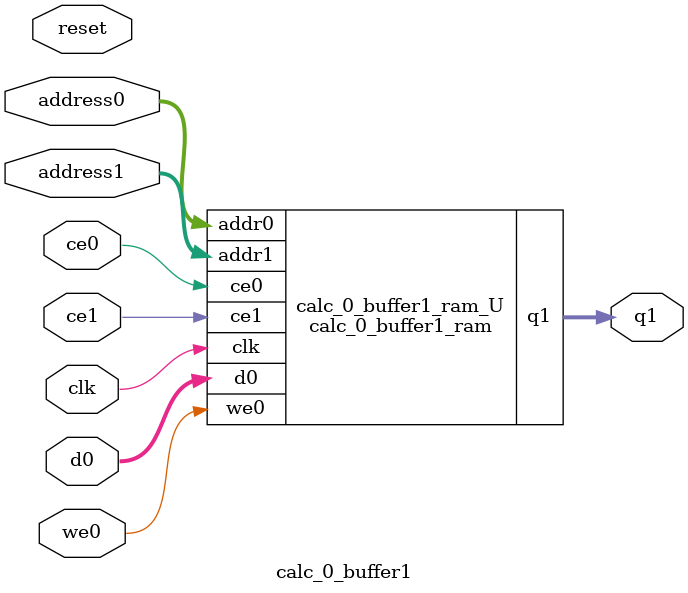
<source format=v>
`timescale 1 ns / 1 ps
module calc_0_buffer1_ram (addr0, ce0, d0, we0, addr1, ce1, q1,  clk);

parameter DWIDTH = 512;
parameter AWIDTH = 11;
parameter MEM_SIZE = 2048;

input[AWIDTH-1:0] addr0;
input ce0;
input[DWIDTH-1:0] d0;
input we0;
input[AWIDTH-1:0] addr1;
input ce1;
output reg[DWIDTH-1:0] q1;
input clk;

reg [DWIDTH-1:0] ram[0:MEM_SIZE-1];




always @(posedge clk)  
begin 
    if (ce0) begin
        if (we0) 
            ram[addr0] <= d0; 
    end
end


always @(posedge clk)  
begin 
    if (ce1) begin
        q1 <= ram[addr1];
    end
end


endmodule

`timescale 1 ns / 1 ps
module calc_0_buffer1(
    reset,
    clk,
    address0,
    ce0,
    we0,
    d0,
    address1,
    ce1,
    q1);

parameter DataWidth = 32'd512;
parameter AddressRange = 32'd2048;
parameter AddressWidth = 32'd11;
input reset;
input clk;
input[AddressWidth - 1:0] address0;
input ce0;
input we0;
input[DataWidth - 1:0] d0;
input[AddressWidth - 1:0] address1;
input ce1;
output[DataWidth - 1:0] q1;



calc_0_buffer1_ram calc_0_buffer1_ram_U(
    .clk( clk ),
    .addr0( address0 ),
    .ce0( ce0 ),
    .we0( we0 ),
    .d0( d0 ),
    .addr1( address1 ),
    .ce1( ce1 ),
    .q1( q1 ));

endmodule


</source>
